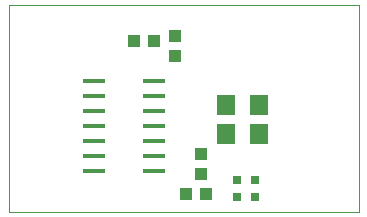
<source format=gtp>
G75*
%MOIN*%
%OFA0B0*%
%FSLAX25Y25*%
%IPPOS*%
%LPD*%
%AMOC8*
5,1,8,0,0,1.08239X$1,22.5*
%
%ADD10C,0.00000*%
%ADD11R,0.07480X0.01575*%
%ADD12R,0.06299X0.07087*%
%ADD13R,0.03937X0.04331*%
%ADD14R,0.03150X0.03150*%
%ADD15R,0.04331X0.03937*%
D10*
X0002167Y0003000D02*
X0002167Y0071898D01*
X0118777Y0071898D01*
X0118777Y0003000D01*
X0002167Y0003000D01*
D11*
X0030663Y0016756D03*
X0030663Y0021756D03*
X0030663Y0026756D03*
X0030663Y0031756D03*
X0030663Y0036756D03*
X0030663Y0041756D03*
X0030663Y0046756D03*
X0050663Y0046756D03*
X0050663Y0041756D03*
X0050663Y0036756D03*
X0050663Y0031756D03*
X0050663Y0026756D03*
X0050663Y0021756D03*
X0050663Y0016756D03*
D12*
X0074655Y0029000D03*
X0085678Y0029000D03*
X0085678Y0038500D03*
X0074655Y0038500D03*
D13*
X0050470Y0059787D03*
X0043777Y0059787D03*
X0061320Y0009000D03*
X0068013Y0009000D03*
D14*
X0078214Y0008000D03*
X0084119Y0008000D03*
X0084119Y0013500D03*
X0078214Y0013500D03*
D15*
X0066167Y0015654D03*
X0066167Y0022346D03*
X0057423Y0054783D03*
X0057423Y0061476D03*
M02*

</source>
